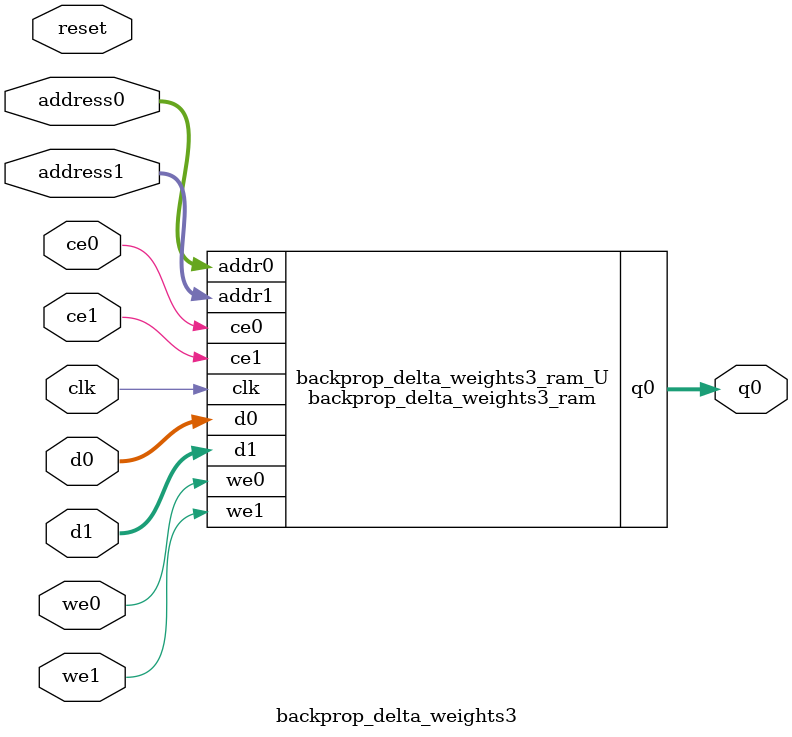
<source format=v>
`timescale 1 ns / 1 ps
module backprop_delta_weights3_ram (addr0, ce0, d0, we0, q0, addr1, ce1, d1, we1,  clk);

parameter DWIDTH = 64;
parameter AWIDTH = 8;
parameter MEM_SIZE = 192;

input[AWIDTH-1:0] addr0;
input ce0;
input[DWIDTH-1:0] d0;
input we0;
output reg[DWIDTH-1:0] q0;
input[AWIDTH-1:0] addr1;
input ce1;
input[DWIDTH-1:0] d1;
input we1;
input clk;

reg [DWIDTH-1:0] ram[0:MEM_SIZE-1];




always @(posedge clk)  
begin 
    if (ce0) begin
        if (we0) 
            ram[addr0] <= d0; 
        q0 <= ram[addr0];
    end
end


always @(posedge clk)  
begin 
    if (ce1) begin
        if (we1) 
            ram[addr1] <= d1; 
    end
end


endmodule

`timescale 1 ns / 1 ps
module backprop_delta_weights3(
    reset,
    clk,
    address0,
    ce0,
    we0,
    d0,
    q0,
    address1,
    ce1,
    we1,
    d1);

parameter DataWidth = 32'd64;
parameter AddressRange = 32'd192;
parameter AddressWidth = 32'd8;
input reset;
input clk;
input[AddressWidth - 1:0] address0;
input ce0;
input we0;
input[DataWidth - 1:0] d0;
output[DataWidth - 1:0] q0;
input[AddressWidth - 1:0] address1;
input ce1;
input we1;
input[DataWidth - 1:0] d1;



backprop_delta_weights3_ram backprop_delta_weights3_ram_U(
    .clk( clk ),
    .addr0( address0 ),
    .ce0( ce0 ),
    .we0( we0 ),
    .d0( d0 ),
    .q0( q0 ),
    .addr1( address1 ),
    .ce1( ce1 ),
    .we1( we1 ),
    .d1( d1 ));

endmodule


</source>
